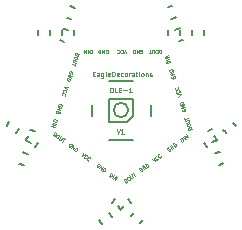
<source format=gbr>
G04 #@! TF.FileFunction,Legend,Top*
%FSLAX46Y46*%
G04 Gerber Fmt 4.6, Leading zero omitted, Abs format (unit mm)*
G04 Created by KiCad (PCBNEW 4.0.7) date 01/08/18 14:04:22*
%MOMM*%
%LPD*%
G01*
G04 APERTURE LIST*
%ADD10C,0.100000*%
%ADD11C,0.075000*%
%ADD12C,0.050000*%
%ADD13C,0.200000*%
%ADD14C,0.150000*%
G04 APERTURE END LIST*
D10*
D11*
X150585147Y-98895295D02*
X150761482Y-98652590D01*
X150819269Y-98694575D01*
X150845544Y-98731323D01*
X150851865Y-98771232D01*
X150846628Y-98802743D01*
X150824598Y-98857370D01*
X150799407Y-98892042D01*
X150754262Y-98929875D01*
X150725911Y-98944593D01*
X150686002Y-98950914D01*
X150642933Y-98937280D01*
X150585147Y-98895295D01*
X151050416Y-98862513D02*
X151096646Y-98896101D01*
X151111364Y-98924453D01*
X151117685Y-98964361D01*
X151095655Y-99018988D01*
X151036876Y-99099889D01*
X150991731Y-99137722D01*
X150951822Y-99144043D01*
X150920310Y-99138806D01*
X150874081Y-99105218D01*
X150859363Y-99076868D01*
X150853043Y-99036959D01*
X150875073Y-98982332D01*
X150933851Y-98901431D01*
X150978997Y-98863598D01*
X151018905Y-98857277D01*
X151050416Y-98862513D01*
X151258450Y-99013659D02*
X151115703Y-99210134D01*
X151110465Y-99241646D01*
X151113626Y-99261601D01*
X151128344Y-99289951D01*
X151174573Y-99323539D01*
X151206085Y-99328776D01*
X151226039Y-99325615D01*
X151254391Y-99310897D01*
X151397138Y-99114421D01*
X151478040Y-99173200D02*
X151616729Y-99273963D01*
X151371049Y-99466287D02*
X151547385Y-99223582D01*
X152186200Y-99705367D02*
X152171483Y-99677015D01*
X152136811Y-99651825D01*
X152093741Y-99638192D01*
X152053833Y-99644512D01*
X152025482Y-99659231D01*
X151980336Y-99697063D01*
X151955145Y-99731735D01*
X151933115Y-99786362D01*
X151927878Y-99817873D01*
X151934199Y-99857782D01*
X151960475Y-99894530D01*
X151983589Y-99911323D01*
X152026658Y-99924957D01*
X152046613Y-99921797D01*
X152105391Y-99840895D01*
X152059162Y-99807307D01*
X152133836Y-100020484D02*
X152310172Y-99777779D01*
X152272524Y-100121247D01*
X152448860Y-99878542D01*
X152388099Y-100205217D02*
X152564434Y-99962512D01*
X152622221Y-100004496D01*
X152648496Y-100041244D01*
X152654817Y-100081153D01*
X152649580Y-100112665D01*
X152627550Y-100167291D01*
X152602359Y-100201963D01*
X152557214Y-100239796D01*
X152528863Y-100254514D01*
X152488954Y-100260835D01*
X152445885Y-100247201D01*
X152388099Y-100205217D01*
X153142302Y-100382357D02*
X153046868Y-100683841D01*
X153304106Y-100499914D01*
X153364154Y-100879047D02*
X153344200Y-100882207D01*
X153301131Y-100868573D01*
X153278017Y-100851780D01*
X153251741Y-100815032D01*
X153245420Y-100775123D01*
X153250657Y-100743612D01*
X153272687Y-100688985D01*
X153297878Y-100654313D01*
X153343023Y-100616481D01*
X153371374Y-100601762D01*
X153411283Y-100595442D01*
X153454352Y-100609075D01*
X153477467Y-100625868D01*
X153503742Y-100662617D01*
X153506902Y-100682571D01*
X153606859Y-101055382D02*
X153586905Y-101058543D01*
X153543836Y-101044909D01*
X153520722Y-101028115D01*
X153494446Y-100991368D01*
X153488125Y-100951458D01*
X153493362Y-100919948D01*
X153515392Y-100865321D01*
X153540583Y-100830649D01*
X153585728Y-100792816D01*
X153614079Y-100778097D01*
X153653988Y-100771777D01*
X153697057Y-100785410D01*
X153720172Y-100802204D01*
X153746447Y-100838952D01*
X153749607Y-100858907D01*
X154543905Y-101418340D02*
X154529188Y-101389989D01*
X154494516Y-101364798D01*
X154451447Y-101351165D01*
X154411538Y-101357485D01*
X154383187Y-101372204D01*
X154338041Y-101410036D01*
X154312851Y-101444708D01*
X154290820Y-101499335D01*
X154285584Y-101530846D01*
X154291905Y-101570755D01*
X154318180Y-101607503D01*
X154341295Y-101624297D01*
X154384363Y-101637931D01*
X154404318Y-101634770D01*
X154463096Y-101553868D01*
X154416867Y-101520280D01*
X154491541Y-101733457D02*
X154667877Y-101490752D01*
X154630229Y-101834220D01*
X154806565Y-101591515D01*
X154745804Y-101918190D02*
X154922140Y-101675485D01*
X154979926Y-101717469D01*
X155006201Y-101754217D01*
X155012523Y-101794126D01*
X155007285Y-101825638D01*
X154985255Y-101880264D01*
X154960064Y-101914937D01*
X154914919Y-101952769D01*
X154886568Y-101967487D01*
X154846659Y-101973808D01*
X154803590Y-101960174D01*
X154745804Y-101918190D01*
X155358345Y-102363227D02*
X155534680Y-102120522D01*
X155592467Y-102162506D01*
X155618742Y-102199254D01*
X155625063Y-102239163D01*
X155619826Y-102270675D01*
X155597796Y-102325301D01*
X155572605Y-102359973D01*
X155527460Y-102397806D01*
X155499109Y-102412524D01*
X155459200Y-102418845D01*
X155416131Y-102405211D01*
X155358345Y-102363227D01*
X155601050Y-102539562D02*
X155777385Y-102296857D01*
X155716624Y-102623532D02*
X155892959Y-102380826D01*
X155855312Y-102724294D01*
X156031647Y-102481589D01*
X156744688Y-102924294D02*
X156568353Y-102681589D01*
X156626139Y-102639605D01*
X156669208Y-102625972D01*
X156709117Y-102632292D01*
X156737468Y-102647011D01*
X156782614Y-102684843D01*
X156807804Y-102719515D01*
X156829834Y-102774142D01*
X156835071Y-102805653D01*
X156828750Y-102845563D01*
X156802475Y-102882310D01*
X156744688Y-102924294D01*
X156857287Y-102471666D02*
X156903516Y-102438079D01*
X156935029Y-102432842D01*
X156974937Y-102439163D01*
X157020082Y-102476995D01*
X157078861Y-102557897D01*
X157100891Y-102612524D01*
X157094571Y-102652433D01*
X157079852Y-102680784D01*
X157033622Y-102714372D01*
X157002111Y-102719608D01*
X156962203Y-102713287D01*
X156917057Y-102675454D01*
X156858279Y-102594553D01*
X156836249Y-102539926D01*
X156842569Y-102500018D01*
X156857287Y-102471666D01*
X157065321Y-102320521D02*
X157208068Y-102516996D01*
X157236419Y-102531715D01*
X157256374Y-102534876D01*
X157287885Y-102529639D01*
X157334115Y-102496051D01*
X157348833Y-102467700D01*
X157351993Y-102447746D01*
X157346756Y-102416234D01*
X157204009Y-102219758D01*
X157284910Y-102160980D02*
X157423599Y-102060216D01*
X157530591Y-102353303D02*
X157354255Y-102110598D01*
X158009864Y-101651928D02*
X157978353Y-101657164D01*
X157943681Y-101682355D01*
X157917406Y-101719103D01*
X157911084Y-101759012D01*
X157916322Y-101790524D01*
X157938352Y-101845150D01*
X157963543Y-101879822D01*
X158008688Y-101917655D01*
X158037038Y-101932373D01*
X158076948Y-101938694D01*
X158120016Y-101925060D01*
X158143131Y-101908266D01*
X158169406Y-101871519D01*
X158172567Y-101851564D01*
X158113788Y-101770662D01*
X158067559Y-101804250D01*
X158293377Y-101799106D02*
X158117042Y-101556401D01*
X158432066Y-101698343D01*
X158255730Y-101455638D01*
X158547640Y-101614373D02*
X158371305Y-101371668D01*
X158429091Y-101329684D01*
X158472160Y-101316051D01*
X158512069Y-101322371D01*
X158540420Y-101337090D01*
X158585565Y-101374922D01*
X158610756Y-101409594D01*
X158632786Y-101464221D01*
X158638023Y-101495732D01*
X158631702Y-101535641D01*
X158605427Y-101572389D01*
X158547640Y-101614373D01*
X158949172Y-100951823D02*
X159206410Y-101135749D01*
X159110976Y-100834265D01*
X159490108Y-100894314D02*
X159486948Y-100914269D01*
X159460672Y-100951016D01*
X159437558Y-100967810D01*
X159394489Y-100981444D01*
X159354580Y-100975123D01*
X159326230Y-100960405D01*
X159281084Y-100922572D01*
X159255893Y-100887900D01*
X159233863Y-100833274D01*
X159228626Y-100801762D01*
X159234947Y-100761853D01*
X159261222Y-100725105D01*
X159284337Y-100708311D01*
X159327406Y-100694678D01*
X159347361Y-100697839D01*
X159732814Y-100717979D02*
X159729653Y-100737933D01*
X159703377Y-100774681D01*
X159680263Y-100791474D01*
X159637195Y-100805108D01*
X159597285Y-100798787D01*
X159568935Y-100784069D01*
X159523789Y-100746237D01*
X159498599Y-100711565D01*
X159476568Y-100656938D01*
X159471331Y-100625426D01*
X159477653Y-100585518D01*
X159503927Y-100548769D01*
X159527042Y-100531976D01*
X159570111Y-100518343D01*
X159590066Y-100521503D01*
X160367570Y-99938955D02*
X160336058Y-99944191D01*
X160301386Y-99969382D01*
X160275111Y-100006130D01*
X160268789Y-100046039D01*
X160274027Y-100077550D01*
X160296057Y-100132177D01*
X160321248Y-100166849D01*
X160366393Y-100204682D01*
X160394744Y-100219400D01*
X160434653Y-100225721D01*
X160477722Y-100212087D01*
X160500836Y-100195293D01*
X160527112Y-100158546D01*
X160530272Y-100138591D01*
X160471494Y-100057689D01*
X160425264Y-100091277D01*
X160651083Y-100086133D02*
X160474747Y-99843428D01*
X160789771Y-99985370D01*
X160613435Y-99742665D01*
X160905345Y-99901400D02*
X160729010Y-99658695D01*
X160786796Y-99616711D01*
X160829865Y-99603078D01*
X160869774Y-99609398D01*
X160898125Y-99624116D01*
X160943271Y-99661949D01*
X160968461Y-99696621D01*
X160990492Y-99751248D01*
X160995728Y-99782759D01*
X160989407Y-99822668D01*
X160963132Y-99859416D01*
X160905345Y-99901400D01*
X161517886Y-99456363D02*
X161341551Y-99213658D01*
X161399337Y-99171674D01*
X161442406Y-99158041D01*
X161482315Y-99164361D01*
X161510666Y-99179080D01*
X161555811Y-99216912D01*
X161581002Y-99251584D01*
X161603032Y-99306211D01*
X161608269Y-99337722D01*
X161601948Y-99377631D01*
X161575673Y-99414379D01*
X161517886Y-99456363D01*
X161760591Y-99280028D02*
X161584256Y-99037322D01*
X161876165Y-99196058D02*
X161699829Y-98953353D01*
X162014853Y-99095295D01*
X161838518Y-98852590D01*
X152477440Y-91960337D02*
X152762757Y-92053042D01*
X152740685Y-92120974D01*
X152713854Y-92157319D01*
X152677853Y-92175664D01*
X152646265Y-92180420D01*
X152587504Y-92176349D01*
X152546744Y-92163105D01*
X152496813Y-92131860D01*
X152474054Y-92109446D01*
X152455710Y-92073443D01*
X152455368Y-92028269D01*
X152477440Y-91960337D01*
X152652394Y-92392704D02*
X152634736Y-92447050D01*
X152612320Y-92469809D01*
X152576319Y-92488153D01*
X152517558Y-92484082D01*
X152422452Y-92453180D01*
X152372520Y-92421935D01*
X152354176Y-92385933D01*
X152349419Y-92354345D01*
X152367077Y-92299999D01*
X152389492Y-92277241D01*
X152425495Y-92258897D01*
X152484255Y-92262969D01*
X152579361Y-92293870D01*
X152629293Y-92325115D01*
X152647636Y-92361117D01*
X152652394Y-92392704D01*
X152572932Y-92637263D02*
X152341962Y-92562216D01*
X152310374Y-92566972D01*
X152292372Y-92576145D01*
X152269958Y-92598903D01*
X152252299Y-92653249D01*
X152257056Y-92684837D01*
X152266229Y-92702837D01*
X152288987Y-92725253D01*
X152519958Y-92800300D01*
X152489057Y-92895406D02*
X152436082Y-93058445D01*
X152177252Y-92884221D02*
X152462569Y-92976926D01*
X152201769Y-93733355D02*
X152224185Y-93710597D01*
X152237429Y-93669837D01*
X152237085Y-93624663D01*
X152218742Y-93588661D01*
X152195983Y-93566245D01*
X152146051Y-93535001D01*
X152105292Y-93521757D01*
X152046531Y-93517686D01*
X152014944Y-93522443D01*
X151978941Y-93540787D01*
X151952112Y-93577132D01*
X151943283Y-93604305D01*
X151943625Y-93649478D01*
X151952797Y-93667480D01*
X152047903Y-93698382D01*
X152065561Y-93644035D01*
X151885894Y-93780930D02*
X152171211Y-93873635D01*
X151832919Y-93943968D01*
X152118236Y-94036673D01*
X151788774Y-94079834D02*
X152074091Y-94172539D01*
X152052018Y-94240471D01*
X152025188Y-94276816D01*
X151989186Y-94295161D01*
X151957598Y-94299917D01*
X151898837Y-94295846D01*
X151858078Y-94282602D01*
X151808146Y-94251357D01*
X151785388Y-94228942D01*
X151767044Y-94192940D01*
X151766701Y-94147766D01*
X151788774Y-94079834D01*
X151853365Y-94851863D02*
X151537146Y-94854264D01*
X151791562Y-95042075D01*
X151449541Y-95216343D02*
X151440369Y-95198341D01*
X151440027Y-95153168D01*
X151448856Y-95125995D01*
X151475685Y-95089650D01*
X151511688Y-95071306D01*
X151543275Y-95066549D01*
X151602036Y-95070620D01*
X151642795Y-95083864D01*
X151692727Y-95115109D01*
X151715486Y-95137524D01*
X151733829Y-95173526D01*
X151734172Y-95218700D01*
X151725344Y-95245873D01*
X151698513Y-95282218D01*
X151680512Y-95291390D01*
X151356836Y-95501660D02*
X151347664Y-95483658D01*
X151347322Y-95438485D01*
X151356150Y-95411312D01*
X151382980Y-95374967D01*
X151418983Y-95356623D01*
X151450570Y-95351866D01*
X151509330Y-95355937D01*
X151550090Y-95369181D01*
X151600021Y-95400426D01*
X151622781Y-95422841D01*
X151641124Y-95458843D01*
X151641467Y-95504017D01*
X151632638Y-95531190D01*
X151605808Y-95567535D01*
X151587807Y-95576707D01*
X151301206Y-96505003D02*
X151323622Y-96482245D01*
X151336865Y-96441486D01*
X151336522Y-96396312D01*
X151318179Y-96360309D01*
X151295419Y-96337894D01*
X151245488Y-96306649D01*
X151204728Y-96293406D01*
X151145968Y-96289334D01*
X151114381Y-96294091D01*
X151078378Y-96312436D01*
X151051548Y-96348781D01*
X151042719Y-96375953D01*
X151043062Y-96421127D01*
X151052234Y-96439129D01*
X151147340Y-96470030D01*
X151164998Y-96415684D01*
X150985330Y-96552579D02*
X151270647Y-96645284D01*
X150932356Y-96715617D01*
X151217673Y-96808322D01*
X150888211Y-96851483D02*
X151173528Y-96944188D01*
X151151455Y-97012120D01*
X151124625Y-97048465D01*
X151088623Y-97066809D01*
X151057035Y-97071566D01*
X150998274Y-97067495D01*
X150957515Y-97054251D01*
X150907583Y-97023006D01*
X150884825Y-97000591D01*
X150866480Y-96964588D01*
X150866138Y-96919415D01*
X150888211Y-96851483D01*
X150654241Y-97571567D02*
X150939558Y-97664273D01*
X150917485Y-97732205D01*
X150890655Y-97768549D01*
X150854653Y-97786894D01*
X150823065Y-97791651D01*
X150764304Y-97787579D01*
X150723545Y-97774336D01*
X150673613Y-97743091D01*
X150650855Y-97720676D01*
X150632511Y-97684673D01*
X150632168Y-97639500D01*
X150654241Y-97571567D01*
X150561536Y-97856884D02*
X150846853Y-97949590D01*
X150517391Y-97992750D02*
X150802708Y-98085455D01*
X150464416Y-98155787D01*
X150749733Y-98248492D01*
X162335584Y-98355787D02*
X162050267Y-98448492D01*
X162028194Y-98380560D01*
X162028537Y-98335386D01*
X162046881Y-98299384D01*
X162069640Y-98276969D01*
X162119572Y-98245724D01*
X162160331Y-98232480D01*
X162219092Y-98228409D01*
X162250679Y-98233166D01*
X162286682Y-98251510D01*
X162313511Y-98287855D01*
X162335584Y-98355787D01*
X161939904Y-98108830D02*
X161922246Y-98054484D01*
X161927003Y-98022896D01*
X161945347Y-97986894D01*
X161995278Y-97955649D01*
X162090384Y-97924747D01*
X162149145Y-97920676D01*
X162185147Y-97939020D01*
X162207563Y-97961779D01*
X162225221Y-98016125D01*
X162220464Y-98047712D01*
X162202119Y-98083714D01*
X162152187Y-98114959D01*
X162057082Y-98145860D01*
X161998321Y-98149932D01*
X161962319Y-98131588D01*
X161939904Y-98108830D01*
X161860442Y-97864272D02*
X162091413Y-97789225D01*
X162114172Y-97766810D01*
X162123344Y-97748808D01*
X162128101Y-97717221D01*
X162110443Y-97662875D01*
X162088028Y-97640116D01*
X162070027Y-97630945D01*
X162038438Y-97626187D01*
X161807468Y-97701234D01*
X161776566Y-97606128D02*
X161723591Y-97443090D01*
X162035396Y-97431903D02*
X161750079Y-97524608D01*
X161516452Y-96759351D02*
X161511695Y-96790938D01*
X161524938Y-96831697D01*
X161551768Y-96868042D01*
X161587770Y-96886387D01*
X161619358Y-96891143D01*
X161678119Y-96887072D01*
X161718878Y-96873828D01*
X161768810Y-96842583D01*
X161791568Y-96820169D01*
X161809913Y-96784166D01*
X161810255Y-96738992D01*
X161801426Y-96711819D01*
X161774597Y-96675474D01*
X161756595Y-96666302D01*
X161661490Y-96697204D01*
X161679148Y-96751550D01*
X161744037Y-96535194D02*
X161458720Y-96627899D01*
X161691063Y-96372156D01*
X161405746Y-96464861D01*
X161646917Y-96236290D02*
X161361600Y-96328995D01*
X161339528Y-96261063D01*
X161339871Y-96215889D01*
X161358215Y-96179887D01*
X161380974Y-96157472D01*
X161430905Y-96126227D01*
X161471665Y-96112983D01*
X161530426Y-96108912D01*
X161562013Y-96113669D01*
X161598015Y-96132013D01*
X161624845Y-96168358D01*
X161646917Y-96236290D01*
X161140874Y-95649671D02*
X161395290Y-95461860D01*
X161079071Y-95459460D01*
X161253339Y-95117439D02*
X161271341Y-95126611D01*
X161298170Y-95162956D01*
X161306999Y-95190129D01*
X161306657Y-95235303D01*
X161288312Y-95271306D01*
X161265554Y-95293720D01*
X161215622Y-95324965D01*
X161174863Y-95338209D01*
X161116102Y-95342280D01*
X161084514Y-95337524D01*
X161048512Y-95319179D01*
X161021682Y-95282834D01*
X161012853Y-95255662D01*
X161013196Y-95210487D01*
X161022368Y-95192486D01*
X161160634Y-94832122D02*
X161178636Y-94841294D01*
X161205465Y-94877639D01*
X161214294Y-94904812D01*
X161213952Y-94949986D01*
X161195607Y-94985989D01*
X161172849Y-95008403D01*
X161122917Y-95039648D01*
X161082158Y-95052892D01*
X161023397Y-95056963D01*
X160991809Y-95052207D01*
X160955807Y-95033862D01*
X160928977Y-94997517D01*
X160920148Y-94970345D01*
X160920491Y-94925171D01*
X160929663Y-94907169D01*
X160615889Y-93987702D02*
X160611131Y-94019289D01*
X160624375Y-94060048D01*
X160651205Y-94096393D01*
X160687207Y-94114738D01*
X160718795Y-94119495D01*
X160777556Y-94115423D01*
X160818315Y-94102180D01*
X160868247Y-94070935D01*
X160891005Y-94048520D01*
X160909349Y-94012517D01*
X160909692Y-93967343D01*
X160900863Y-93940171D01*
X160874033Y-93903826D01*
X160856032Y-93894653D01*
X160760926Y-93925555D01*
X160778585Y-93979901D01*
X160843474Y-93763545D02*
X160558157Y-93856250D01*
X160790500Y-93600508D01*
X160505183Y-93693213D01*
X160746354Y-93464641D02*
X160461037Y-93557347D01*
X160438965Y-93489415D01*
X160439308Y-93444240D01*
X160457651Y-93408238D01*
X160480411Y-93385823D01*
X160530342Y-93354578D01*
X160571102Y-93341334D01*
X160629862Y-93337263D01*
X160661449Y-93342020D01*
X160697452Y-93360364D01*
X160724282Y-93396709D01*
X160746354Y-93464641D01*
X160512384Y-92744557D02*
X160227067Y-92837262D01*
X160204995Y-92769330D01*
X160205338Y-92724156D01*
X160223681Y-92688153D01*
X160246441Y-92665738D01*
X160296372Y-92634493D01*
X160337132Y-92621250D01*
X160395893Y-92617178D01*
X160427480Y-92621935D01*
X160463482Y-92640279D01*
X160490312Y-92676625D01*
X160512384Y-92744557D01*
X160419679Y-92459240D02*
X160134362Y-92551945D01*
X160375534Y-92323375D02*
X160090217Y-92416080D01*
X160322560Y-92160337D01*
X160037243Y-92253042D01*
X159757141Y-91664286D02*
X159757141Y-91964286D01*
X159685713Y-91964286D01*
X159642856Y-91950000D01*
X159614284Y-91921429D01*
X159599999Y-91892857D01*
X159585713Y-91835714D01*
X159585713Y-91792857D01*
X159599999Y-91735714D01*
X159614284Y-91707143D01*
X159642856Y-91678571D01*
X159685713Y-91664286D01*
X159757141Y-91664286D01*
X159399999Y-91964286D02*
X159342856Y-91964286D01*
X159314284Y-91950000D01*
X159285713Y-91921429D01*
X159271427Y-91864286D01*
X159271427Y-91764286D01*
X159285713Y-91707143D01*
X159314284Y-91678571D01*
X159342856Y-91664286D01*
X159399999Y-91664286D01*
X159428570Y-91678571D01*
X159457141Y-91707143D01*
X159471427Y-91764286D01*
X159471427Y-91864286D01*
X159457141Y-91921429D01*
X159428570Y-91950000D01*
X159399999Y-91964286D01*
X159142855Y-91964286D02*
X159142855Y-91721429D01*
X159128570Y-91692857D01*
X159114284Y-91678571D01*
X159085713Y-91664286D01*
X159028570Y-91664286D01*
X158999998Y-91678571D01*
X158985713Y-91692857D01*
X158971427Y-91721429D01*
X158971427Y-91964286D01*
X158871427Y-91964286D02*
X158699998Y-91964286D01*
X158785712Y-91664286D02*
X158785712Y-91964286D01*
X157985714Y-91950000D02*
X158014285Y-91964286D01*
X158057142Y-91964286D01*
X158099999Y-91950000D01*
X158128571Y-91921429D01*
X158142856Y-91892857D01*
X158157142Y-91835714D01*
X158157142Y-91792857D01*
X158142856Y-91735714D01*
X158128571Y-91707143D01*
X158099999Y-91678571D01*
X158057142Y-91664286D01*
X158028571Y-91664286D01*
X157985714Y-91678571D01*
X157971428Y-91692857D01*
X157971428Y-91792857D01*
X158028571Y-91792857D01*
X157842856Y-91664286D02*
X157842856Y-91964286D01*
X157671428Y-91664286D01*
X157671428Y-91964286D01*
X157528570Y-91664286D02*
X157528570Y-91964286D01*
X157457142Y-91964286D01*
X157414285Y-91950000D01*
X157385713Y-91921429D01*
X157371428Y-91892857D01*
X157357142Y-91835714D01*
X157357142Y-91792857D01*
X157371428Y-91735714D01*
X157385713Y-91707143D01*
X157414285Y-91678571D01*
X157457142Y-91664286D01*
X157528570Y-91664286D01*
X156814286Y-91964286D02*
X156714286Y-91664286D01*
X156614286Y-91964286D01*
X156342857Y-91692857D02*
X156357143Y-91678571D01*
X156400000Y-91664286D01*
X156428571Y-91664286D01*
X156471428Y-91678571D01*
X156500000Y-91707143D01*
X156514285Y-91735714D01*
X156528571Y-91792857D01*
X156528571Y-91835714D01*
X156514285Y-91892857D01*
X156500000Y-91921429D01*
X156471428Y-91950000D01*
X156428571Y-91964286D01*
X156400000Y-91964286D01*
X156357143Y-91950000D01*
X156342857Y-91935714D01*
X156042857Y-91692857D02*
X156057143Y-91678571D01*
X156100000Y-91664286D01*
X156128571Y-91664286D01*
X156171428Y-91678571D01*
X156200000Y-91707143D01*
X156214285Y-91735714D01*
X156228571Y-91792857D01*
X156228571Y-91835714D01*
X156214285Y-91892857D01*
X156200000Y-91921429D01*
X156171428Y-91950000D01*
X156128571Y-91964286D01*
X156100000Y-91964286D01*
X156057143Y-91950000D01*
X156042857Y-91935714D01*
X155071430Y-91950000D02*
X155100001Y-91964286D01*
X155142858Y-91964286D01*
X155185715Y-91950000D01*
X155214287Y-91921429D01*
X155228572Y-91892857D01*
X155242858Y-91835714D01*
X155242858Y-91792857D01*
X155228572Y-91735714D01*
X155214287Y-91707143D01*
X155185715Y-91678571D01*
X155142858Y-91664286D01*
X155114287Y-91664286D01*
X155071430Y-91678571D01*
X155057144Y-91692857D01*
X155057144Y-91792857D01*
X155114287Y-91792857D01*
X154928572Y-91664286D02*
X154928572Y-91964286D01*
X154757144Y-91664286D01*
X154757144Y-91964286D01*
X154614286Y-91664286D02*
X154614286Y-91964286D01*
X154542858Y-91964286D01*
X154500001Y-91950000D01*
X154471429Y-91921429D01*
X154457144Y-91892857D01*
X154442858Y-91835714D01*
X154442858Y-91792857D01*
X154457144Y-91735714D01*
X154471429Y-91707143D01*
X154500001Y-91678571D01*
X154542858Y-91664286D01*
X154614286Y-91664286D01*
X153857144Y-91664286D02*
X153857144Y-91964286D01*
X153785716Y-91964286D01*
X153742859Y-91950000D01*
X153714287Y-91921429D01*
X153700002Y-91892857D01*
X153685716Y-91835714D01*
X153685716Y-91792857D01*
X153700002Y-91735714D01*
X153714287Y-91707143D01*
X153742859Y-91678571D01*
X153785716Y-91664286D01*
X153857144Y-91664286D01*
X153557144Y-91664286D02*
X153557144Y-91964286D01*
X153414287Y-91664286D02*
X153414287Y-91964286D01*
X153242859Y-91664286D01*
X153242859Y-91964286D01*
D12*
X155977631Y-98373592D02*
X156110965Y-98773592D01*
X156244298Y-98373592D01*
X156587155Y-98773592D02*
X156358583Y-98773592D01*
X156472869Y-98773592D02*
X156472869Y-98373592D01*
X156434774Y-98430735D01*
X156396679Y-98468830D01*
X156358583Y-98487878D01*
X155456366Y-95278552D02*
X155456366Y-94878552D01*
X155551604Y-94878552D01*
X155608747Y-94897600D01*
X155646842Y-94935695D01*
X155665890Y-94973790D01*
X155684938Y-95049981D01*
X155684938Y-95107124D01*
X155665890Y-95183314D01*
X155646842Y-95221410D01*
X155608747Y-95259505D01*
X155551604Y-95278552D01*
X155456366Y-95278552D01*
X156046842Y-95278552D02*
X155856366Y-95278552D01*
X155856366Y-94878552D01*
X156180176Y-95069029D02*
X156313509Y-95069029D01*
X156370652Y-95278552D02*
X156180176Y-95278552D01*
X156180176Y-94878552D01*
X156370652Y-94878552D01*
X156542081Y-95126171D02*
X156846843Y-95126171D01*
X157246843Y-95278552D02*
X157018271Y-95278552D01*
X157132557Y-95278552D02*
X157132557Y-94878552D01*
X157094462Y-94935695D01*
X157056367Y-94973790D01*
X157018271Y-94992838D01*
D11*
X153957965Y-93727909D02*
X154091298Y-93727909D01*
X154148441Y-93937432D02*
X153957965Y-93937432D01*
X153957965Y-93537432D01*
X154148441Y-93537432D01*
X154491299Y-93937432D02*
X154491299Y-93727909D01*
X154472251Y-93689813D01*
X154434156Y-93670766D01*
X154357965Y-93670766D01*
X154319870Y-93689813D01*
X154491299Y-93918385D02*
X154453203Y-93937432D01*
X154357965Y-93937432D01*
X154319870Y-93918385D01*
X154300822Y-93880290D01*
X154300822Y-93842194D01*
X154319870Y-93804099D01*
X154357965Y-93785051D01*
X154453203Y-93785051D01*
X154491299Y-93766004D01*
X154853204Y-93670766D02*
X154853204Y-93994575D01*
X154834156Y-94032670D01*
X154815108Y-94051718D01*
X154777013Y-94070766D01*
X154719870Y-94070766D01*
X154681775Y-94051718D01*
X154853204Y-93918385D02*
X154815108Y-93937432D01*
X154738918Y-93937432D01*
X154700823Y-93918385D01*
X154681775Y-93899337D01*
X154662727Y-93861242D01*
X154662727Y-93746956D01*
X154681775Y-93708861D01*
X154700823Y-93689813D01*
X154738918Y-93670766D01*
X154815108Y-93670766D01*
X154853204Y-93689813D01*
X155100823Y-93937432D02*
X155062728Y-93918385D01*
X155043680Y-93880290D01*
X155043680Y-93537432D01*
X155405585Y-93918385D02*
X155367490Y-93937432D01*
X155291299Y-93937432D01*
X155253204Y-93918385D01*
X155234156Y-93880290D01*
X155234156Y-93727909D01*
X155253204Y-93689813D01*
X155291299Y-93670766D01*
X155367490Y-93670766D01*
X155405585Y-93689813D01*
X155424633Y-93727909D01*
X155424633Y-93766004D01*
X155234156Y-93804099D01*
X155596061Y-93937432D02*
X155596061Y-93537432D01*
X155691299Y-93537432D01*
X155748442Y-93556480D01*
X155786537Y-93594575D01*
X155805585Y-93632670D01*
X155824633Y-93708861D01*
X155824633Y-93766004D01*
X155805585Y-93842194D01*
X155786537Y-93880290D01*
X155748442Y-93918385D01*
X155691299Y-93937432D01*
X155596061Y-93937432D01*
X156148442Y-93918385D02*
X156110347Y-93937432D01*
X156034156Y-93937432D01*
X155996061Y-93918385D01*
X155977013Y-93880290D01*
X155977013Y-93727909D01*
X155996061Y-93689813D01*
X156034156Y-93670766D01*
X156110347Y-93670766D01*
X156148442Y-93689813D01*
X156167490Y-93727909D01*
X156167490Y-93766004D01*
X155977013Y-93804099D01*
X156510347Y-93918385D02*
X156472251Y-93937432D01*
X156396061Y-93937432D01*
X156357966Y-93918385D01*
X156338918Y-93899337D01*
X156319870Y-93861242D01*
X156319870Y-93746956D01*
X156338918Y-93708861D01*
X156357966Y-93689813D01*
X156396061Y-93670766D01*
X156472251Y-93670766D01*
X156510347Y-93689813D01*
X156738918Y-93937432D02*
X156700823Y-93918385D01*
X156681775Y-93899337D01*
X156662727Y-93861242D01*
X156662727Y-93746956D01*
X156681775Y-93708861D01*
X156700823Y-93689813D01*
X156738918Y-93670766D01*
X156796061Y-93670766D01*
X156834156Y-93689813D01*
X156853204Y-93708861D01*
X156872251Y-93746956D01*
X156872251Y-93861242D01*
X156853204Y-93899337D01*
X156834156Y-93918385D01*
X156796061Y-93937432D01*
X156738918Y-93937432D01*
X157043680Y-93937432D02*
X157043680Y-93670766D01*
X157043680Y-93746956D02*
X157062728Y-93708861D01*
X157081775Y-93689813D01*
X157119871Y-93670766D01*
X157157966Y-93670766D01*
X157462728Y-93937432D02*
X157462728Y-93727909D01*
X157443680Y-93689813D01*
X157405585Y-93670766D01*
X157329394Y-93670766D01*
X157291299Y-93689813D01*
X157462728Y-93918385D02*
X157424632Y-93937432D01*
X157329394Y-93937432D01*
X157291299Y-93918385D01*
X157272251Y-93880290D01*
X157272251Y-93842194D01*
X157291299Y-93804099D01*
X157329394Y-93785051D01*
X157424632Y-93785051D01*
X157462728Y-93766004D01*
X157596061Y-93670766D02*
X157748442Y-93670766D01*
X157653204Y-93537432D02*
X157653204Y-93880290D01*
X157672252Y-93918385D01*
X157710347Y-93937432D01*
X157748442Y-93937432D01*
X157881775Y-93937432D02*
X157881775Y-93670766D01*
X157881775Y-93537432D02*
X157862727Y-93556480D01*
X157881775Y-93575528D01*
X157900823Y-93556480D01*
X157881775Y-93537432D01*
X157881775Y-93575528D01*
X158129394Y-93937432D02*
X158091299Y-93918385D01*
X158072251Y-93899337D01*
X158053203Y-93861242D01*
X158053203Y-93746956D01*
X158072251Y-93708861D01*
X158091299Y-93689813D01*
X158129394Y-93670766D01*
X158186537Y-93670766D01*
X158224632Y-93689813D01*
X158243680Y-93708861D01*
X158262727Y-93746956D01*
X158262727Y-93861242D01*
X158243680Y-93899337D01*
X158224632Y-93918385D01*
X158186537Y-93937432D01*
X158129394Y-93937432D01*
X158434156Y-93670766D02*
X158434156Y-93937432D01*
X158434156Y-93708861D02*
X158453204Y-93689813D01*
X158491299Y-93670766D01*
X158548442Y-93670766D01*
X158586537Y-93689813D01*
X158605585Y-93727909D01*
X158605585Y-93937432D01*
X158777013Y-93918385D02*
X158815109Y-93937432D01*
X158891299Y-93937432D01*
X158929394Y-93918385D01*
X158948442Y-93880290D01*
X158948442Y-93861242D01*
X158929394Y-93823147D01*
X158891299Y-93804099D01*
X158834156Y-93804099D01*
X158796061Y-93785051D01*
X158777013Y-93746956D01*
X158777013Y-93727909D01*
X158796061Y-93689813D01*
X158834156Y-93670766D01*
X158891299Y-93670766D01*
X158929394Y-93689813D01*
D13*
X156962423Y-96784160D02*
G75*
G03X156962423Y-96784160I-620343J0D01*
G01*
X155362400Y-97824800D02*
X155362400Y-95824800D01*
X155362400Y-95824800D02*
X157362400Y-95824800D01*
X157362400Y-95824800D02*
X157362400Y-97324800D01*
X157362400Y-97324800D02*
X156862400Y-97824800D01*
X156862400Y-97824800D02*
X155362400Y-97824800D01*
X155362400Y-99324800D02*
X157362400Y-99324800D01*
X158862400Y-97324800D02*
X158862400Y-96324800D01*
X155362400Y-94324800D02*
X157362400Y-94324800D01*
X153862400Y-97324800D02*
X153862400Y-96324800D01*
D14*
X152455496Y-88133718D02*
X152170179Y-88041012D01*
X152075074Y-88010111D02*
X152265285Y-88071914D01*
X152146479Y-89084774D02*
X151766057Y-88961167D01*
X151837462Y-90035831D02*
X151552145Y-89943126D01*
X151457040Y-89912224D02*
X151552145Y-89943126D01*
X151528445Y-90986887D02*
X151148023Y-90863280D01*
X148129258Y-101448509D02*
X147748836Y-101324902D01*
X148057853Y-100373846D02*
X148248064Y-100435649D01*
X148438275Y-100497452D02*
X148152958Y-100404747D01*
X148747292Y-99546396D02*
X148366870Y-99422789D01*
X148675887Y-98471732D02*
X149056309Y-98595339D01*
X146908167Y-97829430D02*
X146731831Y-98072135D01*
X146673053Y-98153037D02*
X146790610Y-97991233D01*
X147717184Y-98417215D02*
X147482070Y-98740822D01*
X148526201Y-99005001D02*
X148349865Y-99247706D01*
X148291087Y-99328607D02*
X148349865Y-99247706D01*
X149335218Y-99592786D02*
X149100104Y-99916393D01*
X158234405Y-106058424D02*
X157999291Y-106382030D01*
X157190274Y-105794245D02*
X157307831Y-105632442D01*
X157425388Y-105470638D02*
X157249052Y-105713343D01*
X156616371Y-104882853D02*
X156381257Y-105206460D01*
X155572240Y-104618675D02*
X155807354Y-104295068D01*
X164636182Y-101407869D02*
X164921499Y-101315164D01*
X165016604Y-101284262D02*
X164826393Y-101346065D01*
X164327165Y-100456812D02*
X164707587Y-100333206D01*
X164018148Y-99505756D02*
X164303465Y-99413051D01*
X164398570Y-99382149D02*
X164303465Y-99413051D01*
X163709131Y-98554699D02*
X164089553Y-98431092D01*
X160309944Y-88093078D02*
X160690366Y-87969471D01*
X160999383Y-88920527D02*
X160809172Y-88982331D01*
X160618961Y-89044134D02*
X160904278Y-88951429D01*
X160927978Y-89995191D02*
X161308400Y-89871584D01*
X161617417Y-90822640D02*
X161236995Y-90946247D01*
X154510715Y-106078744D02*
X154687051Y-106321449D01*
X154745829Y-106402350D02*
X154628272Y-106240547D01*
X155319732Y-105490958D02*
X155554846Y-105814565D01*
X156128749Y-104903173D02*
X156305085Y-105145878D01*
X156363863Y-105226780D02*
X156305085Y-105145878D01*
X156937766Y-104315388D02*
X157172880Y-104638995D01*
X165836953Y-97849750D02*
X166072067Y-98173357D01*
X165263050Y-98761142D02*
X165145493Y-98599339D01*
X165027936Y-98437535D02*
X165204272Y-98680240D01*
X164218919Y-99025321D02*
X164454033Y-99348927D01*
X163645016Y-99936713D02*
X163409902Y-99613106D01*
X163362400Y-90430400D02*
X163362400Y-90130400D01*
X163362400Y-90030400D02*
X163362400Y-90230400D01*
X162362400Y-90430400D02*
X162362400Y-90030400D01*
X161362400Y-90430400D02*
X161362400Y-90130400D01*
X161362400Y-90030400D02*
X161362400Y-90130400D01*
X160362400Y-90430400D02*
X160362400Y-90030400D01*
X149362400Y-90430400D02*
X149362400Y-90030400D01*
X150362400Y-90030400D02*
X150362400Y-90230400D01*
X150362400Y-90430400D02*
X150362400Y-90130400D01*
X151362400Y-90430400D02*
X151362400Y-90030400D01*
X152362400Y-90030400D02*
X152362400Y-90430400D01*
D13*
D14*
M02*

</source>
